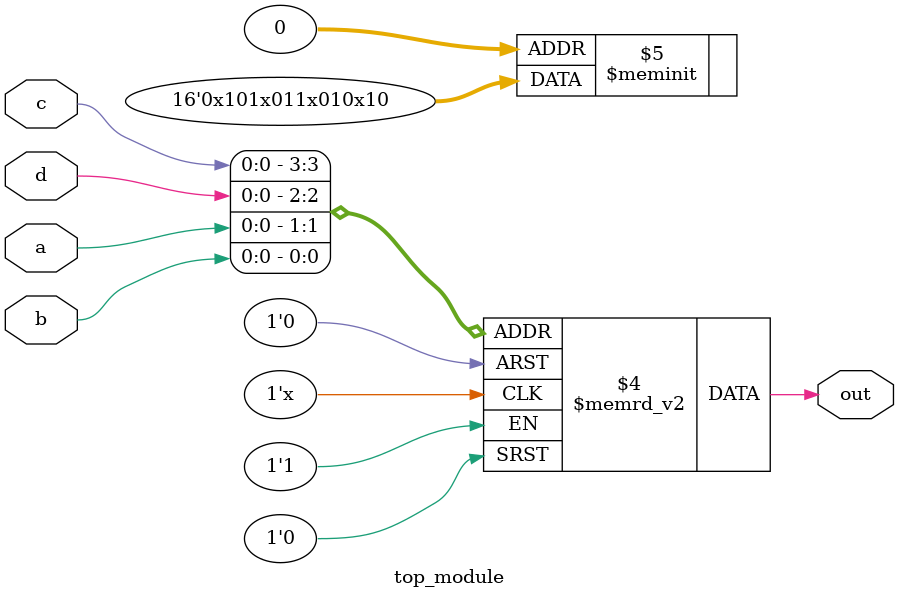
<source format=sv>
module top_module (
    input a,
    input b,
    input c,
    input d,
    output reg out
);

always @(*) begin
    case ({c, d, a, b})
        4'b0000: out = 1'b0;
        4'b0001: out = 1'b1;
        4'b0011: out = 1'b0;
        4'b0100: out = 1'b1;
        4'b0101: out = 1'b0;
        4'b0111: out = 1'b1;
        4'b1000: out = 1'b1;
        4'b1001: out = 1'b0;
        4'b1011: out = 1'b1;
        4'b1100: out = 1'b0;
        4'b1101: out = 1'b1;
        4'b1111: out = 1'b0;
        default: out = 1'bx;
    endcase
end

endmodule

</source>
